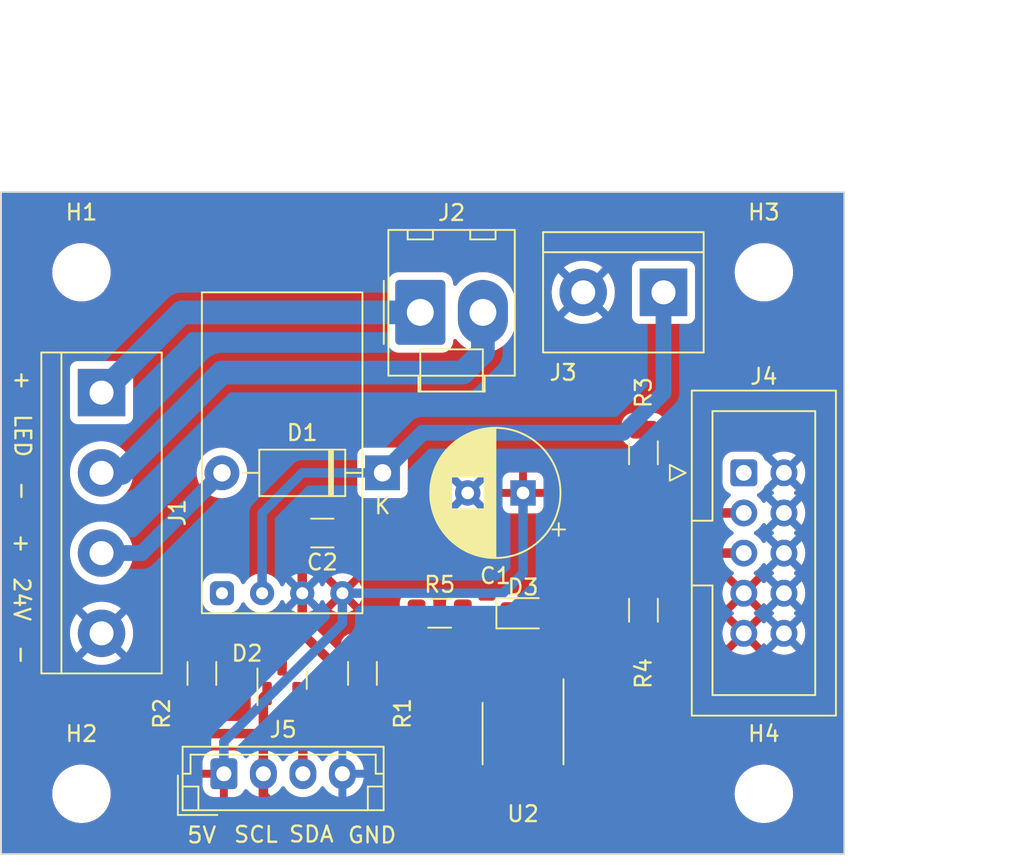
<source format=kicad_pcb>
(kicad_pcb (version 20221018) (generator pcbnew)
  (title_block (comment 4 "AISLER Project ID: REQDXBTK"))
  (layers (0 "F.Cu" signal) (31 "B.Cu" signal) (34 "B.Paste" user) (35 "F.Paste" user) (36 "B.SilkS" user "B.Silkscreen") (37 "F.SilkS" user "F.Silkscreen") (38 "B.Mask" user) (39 "F.Mask" user) (44 "Edge.Cuts" user))
  (net 0 "")
  (net 1 "+5V")
  (net 2 "GND")
  (net 3 "/24V Matrix")
  (net 4 "Net-(D1-A)")
  (net 5 "Net-(J5-Pin_2)")
  (net 6 "Net-(J5-Pin_3)")
  (net 7 "/24V LED")
  (net 8 "Net-(J1-Pin_2)")
  (net 10 "/SDA")
  (net 11 "/SCL")
  (net 13 "Net-(D3-K)")
  (footprint "Connector_IDC:IDC-Header_2x05_P2.54mm_Vertical" (layer "F.Cu") (at 109.22 60.96)
    (fp_text reference "J4" (at 1.27 -6.1) (layer "F.SilkS"))
    (fp_text value "I2C out")
    (fp_line (start -4.68 -0.5) (end -4.68 0.5) (stroke (width 0.12)) (layer "F.SilkS"))
    (fp_line (start -4.68 0.5) (end -3.68 0) (stroke (width 0.12)) (layer "F.SilkS"))
    (fp_line (start -3.68 0) (end -4.68 -0.5) (stroke (width 0.12)) (layer "F.SilkS"))
    (fp_line (start -3.29 -5.21) (end 5.83 -5.21) (stroke (width 0.12)) (layer "F.SilkS"))
    (fp_line (start -3.29 3.03) (end -1.98 3.03) (stroke (width 0.12)) (layer "F.SilkS"))
    (fp_line (start -3.29 15.37) (end -3.29 -5.21) (stroke (width 0.12)) (layer "F.SilkS"))
    (fp_line (start -1.98 -3.91) (end 4.52 -3.91) (stroke (width 0.12)) (layer "F.SilkS"))
    (fp_line (start -1.98 3.03) (end -1.98 -3.91) (stroke (width 0.12)) (layer "F.SilkS"))
    (fp_line (start -1.98 7.13) (end -3.29 7.13) (stroke (width 0.12)) (layer "F.SilkS"))
    (fp_line (start -1.98 7.13) (end -1.98 7.13) (stroke (width 0.12)) (layer "F.SilkS"))
    (fp_line (start -1.98 14.07) (end -1.98 7.13) (stroke (width 0.12)) (layer "F.SilkS"))
    (fp_line (start 4.52 -3.91) (end 4.52 14.07) (stroke (width 0.12)) (layer "F.SilkS"))
    (fp_line (start 4.52 14.07) (end -1.98 14.07) (stroke (width 0.12)) (layer "F.SilkS"))
    (fp_line (start 5.83 -5.21) (end 5.83 15.37) (stroke (width 0.12)) (layer "F.SilkS"))
    (fp_line (start 5.83 15.37) (end -3.29 15.37) (stroke (width 0.12)) (layer "F.SilkS"))
    (pad "1" thru_hole roundrect (at 0 0) (size 1.7 1.7) (drill 1) (layers "*.Cu" "*.Mask") (roundrect_rratio 0.1470588235))
    (pad "2" thru_hole circle (at 2.54 0) (size 1.7 1.7) (drill 1) (layers "*.Cu" "*.Mask") (net 2 "GND"))
    (pad "3" thru_hole circle (at 0 2.54) (size 1.7 1.7) (drill 1) (layers "*.Cu" "*.Mask") (net 10 "/SDA"))
    (pad "4" thru_hole circle (at 2.54 2.54) (size 1.7 1.7) (drill 1) (layers "*.Cu" "*.Mask") (net 2 "GND"))
    (pad "5" thru_hole circle (at 0 5.08) (size 1.7 1.7) (drill 1) (layers "*.Cu" "*.Mask") (net 11 "/SCL"))
    (pad "6" thru_hole circle (at 2.54 5.08) (size 1.7 1.7) (drill 1) (layers "*.Cu" "*.Mask") (net 2 "GND"))
    (pad "7" thru_hole circle (at 0 7.62) (size 1.7 1.7) (drill 1) (layers "*.Cu" "*.Mask") (net 1 "+5V"))
    (pad "8" thru_hole circle (at 2.54 7.62) (size 1.7 1.7) (drill 1) (layers "*.Cu" "*.Mask") (net 2 "GND"))
    (pad "9" thru_hole circle (at 0 10.16) (size 1.7 1.7) (drill 1) (layers "*.Cu" "*.Mask") (net 1 "+5V"))
    (pad "10" thru_hole circle (at 2.54 10.16) (size 1.7 1.7) (drill 1) (layers "*.Cu" "*.Mask") (net 2 "GND"))
  )
  (footprint "TerminalBlock:TerminalBlock_bornier-4_P5.08mm" (layer "F.Cu") (at 68.58 55.88 -90)
    (fp_text reference "J1" (at 7.6 -4.8 90) (layer "F.SilkS"))
    (fp_text value "Power")
    (fp_line (start -2.54 -3.81) (end -2.54 3.81) (stroke (width 0.12)) (layer "F.SilkS"))
    (fp_line (start -2.54 -3.81) (end 17.78 -3.81) (stroke (width 0.12)) (layer "F.SilkS"))
    (fp_line (start -2.54 3.81) (end 17.78 3.81) (stroke (width 0.12)) (layer "F.SilkS"))
    (fp_line (start 17.78 2.54) (end -2.54 2.54) (stroke (width 0.12)) (layer "F.SilkS"))
    (fp_line (start 17.78 3.81) (end 17.78 -3.81) (stroke (width 0.12)) (layer "F.SilkS"))
    (pad "1" thru_hole rect (at 0 0 270) (size 3 3) (drill 1.52) (layers "*.Cu" "*.Mask") (net 7 "/24V LED"))
    (pad "2" thru_hole circle (at 5.08 0 270) (size 3 3) (drill 1.52) (layers "*.Cu" "*.Mask") (net 8 "Net-(J1-Pin_2)"))
    (pad "3" thru_hole circle (at 10.16 0 270) (size 3 3) (drill 1.52) (layers "*.Cu" "*.Mask") (net 4 "Net-(D1-A)"))
    (pad "4" thru_hole circle (at 15.24 0 270) (size 3 3) (drill 1.52) (layers "*.Cu" "*.Mask") (net 2 "GND"))
  )
  (footprint "Diode_THT:D_DO-41_SOD81_P10.16mm_Horizontal" (layer "F.Cu") (at 86.36 60.96 180)
    (fp_text reference "D1" (at 5.08 2.54) (layer "F.SilkS"))
    (fp_text value "1N4007")
    (fp_text user "K" (at 0 -2.1) (layer "F.SilkS"))
    (fp_line (start 1.34 0) (end 2.36 0) (stroke (width 0.12)) (layer "F.SilkS"))
    (fp_line (start 2.36 -1.47) (end 2.36 1.47) (stroke (width 0.12)) (layer "F.SilkS"))
    (fp_line (start 2.36 1.47) (end 7.8 1.47) (stroke (width 0.12)) (layer "F.SilkS"))
    (fp_line (start 3.14 -1.47) (end 3.14 1.47) (stroke (width 0.12)) (layer "F.SilkS"))
    (fp_line (start 3.26 -1.47) (end 3.26 1.47) (stroke (width 0.12)) (layer "F.SilkS"))
    (fp_line (start 3.38 -1.47) (end 3.38 1.47) (stroke (width 0.12)) (layer "F.SilkS"))
    (fp_line (start 7.8 -1.47) (end 2.36 -1.47) (stroke (width 0.12)) (layer "F.SilkS"))
    (fp_line (start 7.8 1.47) (end 7.8 -1.47) (stroke (width 0.12)) (layer "F.SilkS"))
    (fp_line (start 8.82 0) (end 7.8 0) (stroke (width 0.12)) (layer "F.SilkS"))
    (pad "1" thru_hole rect (at 0 0 180) (size 2.2 2.2) (drill 1.1) (layers "*.Cu" "*.Mask") (net 3 "/24V Matrix"))
    (pad "2" thru_hole oval (at 10.16 0 180) (size 2.2 2.2) (drill 1.1) (layers "*.Cu" "*.Mask") (net 4 "Net-(D1-A)"))
  )
  (footprint "MountingHole:MountingHole_3.2mm_M3_DIN965" (layer "F.Cu") (at 67.31 48.26)
    (fp_text reference "H1" (at 0 -3.8) (layer "F.SilkS"))
    (fp_text value "MountingHole")
    (pad "" np_thru_hole circle (at 0 0) (size 3.2 3.2) (drill 3.2) (layers "*.Cu" "*.Mask"))
  )
  (footprint "Resistor_SMD:R_1206_3216Metric" (layer "F.Cu") (at 85.09 73.66 -90)
    (fp_text reference "R1" (at 2.54 -2.54 90) (layer "F.SilkS"))
    (fp_text value "330" hide)
    (fp_line (start -0.727064 -0.91) (end 0.727064 -0.91) (stroke (width 0.12)) (layer "F.SilkS"))
    (fp_line (start -0.727064 0.91) (end 0.727064 0.91) (stroke (width 0.12)) (layer "F.SilkS"))
    (pad "1" smd roundrect (at -1.4625 0 270) (size 1.125 1.75) (layers "F.Cu" "F.Paste" "F.Mask") (roundrect_rratio 0.2222222222) (net 1 "+5V"))
    (pad "2" smd roundrect (at 1.4625 0 270) (size 1.125 1.75) (layers "F.Cu" "F.Paste" "F.Mask") (roundrect_rratio 0.2222222222) (net 6 "Net-(J5-Pin_3)"))
  )
  (footprint "VictorLib:Mini DC-DC" (layer "F.Cu") (at 81.28 62.23 180)
    (fp_text reference "U1" hide)
    (fp_text value "~")
    (fp_rect (start -3.81 -7.62) (end 6.35 12.7) (stroke (width 0.12)) (fill none) (layer "F.SilkS"))
    (pad "1" thru_hole roundrect (at 5.08 -6.35 180) (size 1.524 1.524) (drill 0.762) (layers "*.Cu" "*.Mask"))
    (pad "2" thru_hole circle (at 2.54 -6.35 180) (size 1.524 1.524) (drill 0.762) (layers "*.Cu" "*.Mask") (net 3 "/24V Matrix"))
    (pad "3" thru_hole circle (at 0 -6.35 180) (size 1.524 1.524) (drill 0.762) (layers "*.Cu" "*.Mask") (net 2 "GND"))
    (pad "4" thru_hole circle (at -2.54 -6.35 180) (size 1.524 1.524) (drill 0.762) (layers "*.Cu" "*.Mask") (net 1 "+5V"))
  )
  (footprint "Capacitor_SMD:C_1206_3216Metric" (layer "F.Cu") (at 82.55 64.77 180)
    (fp_text reference "C2" (at 0 -1.85) (layer "F.SilkS"))
    (fp_text value "100nF")
    (fp_line (start -0.711252 -0.91) (end 0.711252 -0.91) (stroke (width 0.12)) (layer "F.SilkS"))
    (fp_line (start -0.711252 0.91) (end 0.711252 0.91) (stroke (width 0.12)) (layer "F.SilkS"))
    (pad "1" smd roundrect (at -1.475 0 180) (size 1.15 1.8) (layers "F.Cu" "F.Paste" "F.Mask") (roundrect_rratio 0.2173913043) (net 1 "+5V"))
    (pad "2" smd roundrect (at 1.475 0 180) (size 1.15 1.8) (layers "F.Cu" "F.Paste" "F.Mask") (roundrect_rratio 0.2173913043) (net 2 "GND"))
  )
  (footprint "TerminalBlock:TerminalBlock_bornier-2_P5.08mm" (layer "F.Cu") (at 104.14 49.53 180)
    (fp_text reference "J3" (at 6.35 -5.08) (layer "F.SilkS"))
    (fp_text value "Matrix 24V")
    (fp_line (start -2.54 -3.81) (end -2.54 3.81) (stroke (width 0.12)) (layer "F.SilkS"))
    (fp_line (start -2.54 3.81) (end 7.62 3.81) (stroke (width 0.12)) (layer "F.SilkS"))
    (fp_line (start 7.62 -3.81) (end -2.54 -3.81) (stroke (width 0.12)) (layer "F.SilkS"))
    (fp_line (start 7.62 2.54) (end -2.54 2.54) (stroke (width 0.12)) (layer "F.SilkS"))
    (fp_line (start 7.62 3.81) (end 7.62 -3.81) (stroke (width 0.12)) (layer "F.SilkS"))
    (pad "1" thru_hole rect (at 0 0 180) (size 3 3) (drill 1.52) (layers "*.Cu" "*.Mask") (net 3 "/24V Matrix"))
    (pad "2" thru_hole circle (at 5.08 0 180) (size 3 3) (drill 1.52) (layers "*.Cu" "*.Mask") (net 2 "GND"))
  )
  (footprint "Resistor_SMD:R_1206_3216Metric" (layer "F.Cu") (at 74.93 73.66 -90)
    (fp_text reference "R2" (at 2.54 2.54 90) (layer "F.SilkS"))
    (fp_text value "330" hide)
    (fp_line (start -0.727064 -0.91) (end 0.727064 -0.91) (stroke (width 0.12)) (layer "F.SilkS"))
    (fp_line (start -0.727064 0.91) (end 0.727064 0.91) (stroke (width 0.12)) (layer "F.SilkS"))
    (pad "1" smd roundrect (at -1.4625 0 270) (size 1.125 1.75) (layers "F.Cu" "F.Paste" "F.Mask") (roundrect_rratio 0.2222222222) (net 1 "+5V"))
    (pad "2" smd roundrect (at 1.4625 0 270) (size 1.125 1.75) (layers "F.Cu" "F.Paste" "F.Mask") (roundrect_rratio 0.2222222222) (net 5 "Net-(J5-Pin_2)"))
  )
  (footprint "Package_SO:SOIC-8_3.9x4.9mm_P1.27mm" (layer "F.Cu") (at 95.25 77.47 -90)
    (fp_text reference "U2" (at 5.08 0 -180) (layer "F.SilkS"))
    (fp_text value "P82B96")
    (fp_line (start 0 -2.56) (end -3.45 -2.56) (stroke (width 0.12)) (layer "F.SilkS"))
    (fp_line (start 0 -2.56) (end 1.95 -2.56) (stroke (width 0.12)) (layer "F.SilkS"))
    (fp_line (start 0 2.56) (end -1.95 2.56) (stroke (width 0.12)) (layer "F.SilkS"))
    (fp_line (start 0 2.56) (end 1.95 2.56) (stroke (width 0.12)) (layer "F.SilkS"))
    (pad "1" smd roundrect (at -2.475 -1.905 270) (size 1.95 0.6) (layers "F.Cu" "F.Paste" "F.Mask") (net 10 "/SDA"))
    (pad "2" smd roundrect (at -2.475 -0.635 270) (size 1.95 0.6) (layers "F.Cu" "F.Paste" "F.Mask") (net 6 "Net-(J5-Pin_3)"))
    (pad "3" smd roundrect (at -2.475 0.635 270) (size 1.95 0.6) (layers "F.Cu" "F.Paste" "F.Mask") (net 6 "Net-(J5-Pin_3)"))
    (pad "4" smd roundrect (at -2.475 1.905 270) (size 1.95 0.6) (layers "F.Cu" "F.Paste" "F.Mask") (net 2 "GND"))
    (pad "5" smd roundrect (at 2.475 1.905 270) (size 1.95 0.6) (layers "F.Cu" "F.Paste" "F.Mask") (net 5 "Net-(J5-Pin_2)"))
    (pad "6" smd roundrect (at 2.475 0.635 270) (size 1.95 0.6) (layers "F.Cu" "F.Paste" "F.Mask") (net 5 "Net-(J5-Pin_2)"))
    (pad "7" smd roundrect (at 2.475 -0.635 270) (size 1.95 0.6) (layers "F.Cu" "F.Paste" "F.Mask") (net 11 "/SCL"))
    (pad "8" smd roundrect (at 2.475 -1.905 270) (size 1.95 0.6) (layers "F.Cu" "F.Paste" "F.Mask") (net 1 "+5V"))
  )
  (footprint "MountingHole:MountingHole_3.2mm_M3_DIN965" (layer "F.Cu") (at 67.31 81.28)
    (fp_text reference "H2" (at 0 -3.8) (layer "F.SilkS"))
    (fp_text value "MountingHole")
    (pad "" np_thru_hole circle (at 0 0) (size 3.2 3.2) (drill 3.2) (layers "*.Cu" "*.Mask"))
  )
  (footprint "LED_SMD:LED_0805_2012Metric" (layer "F.Cu") (at 95.25 69.85)
    (fp_text reference "D3" (at 0 -1.65) (layer "F.SilkS"))
    (fp_text value "LED")
    (fp_line (start -1.685 -0.96) (end -1.685 0.96) (stroke (width 0.12)) (layer "F.SilkS"))
    (fp_line (start -1.685 0.96) (end 1 0.96) (stroke (width 0.12)) (layer "F.SilkS"))
    (fp_line (start 1 -0.96) (end -1.685 -0.96) (stroke (width 0.12)) (layer "F.SilkS"))
    (pad "1" smd roundrect (at -0.9375 0) (size 0.975 1.4) (layers "F.Cu" "F.Paste" "F.Mask") (net 13 "Net-(D3-K)"))
    (pad "2" smd roundrect (at 0.9375 0) (size 0.975 1.4) (layers "F.Cu" "F.Paste" "F.Mask") (net 1 "+5V"))
  )
  (footprint "MountingHole:MountingHole_3.2mm_M3_DIN965" (layer "F.Cu") (at 110.49 81.28)
    (fp_text reference "H4" (at 0 -3.8) (layer "F.SilkS"))
    (fp_text value "MountingHole")
    (pad "" np_thru_hole circle (at 0 0) (size 3.2 3.2) (drill 3.2) (layers "*.Cu" "*.Mask"))
  )
  (footprint "Connector_Molex:Molex_KK-396_A-41791-0002_1x02_P3.96mm_Vertical" (layer "F.Cu") (at 88.75 50.8)
    (fp_text reference "J2" (at 1.98 -6.31) (layer "F.SilkS"))
    (fp_text value "LED 24V")
    (fp_line (start -2.31 -2) (end -2.31 2) (stroke (width 0.12)) (layer "F.SilkS"))
    (fp_line (start -2.02 -5.22) (end 5.98 -5.22) (stroke (width 0.12)) (layer "F.SilkS"))
    (fp_line (start -2.02 4.005) (end -2.02 -5.22) (stroke (width 0.12)) (layer "F.SilkS"))
    (fp_line (start -0.8 -5.22) (end -0.8 -4.62) (stroke (width 0.12)) (layer "F.SilkS"))
    (fp_line (start -0.8 -4.62) (end 0.8 -4.62) (stroke (width 0.12)) (layer "F.SilkS"))
    (fp_line (start -0.115 4.005) (end -2.02 4.005) (stroke (width 0.12)) (layer "F.SilkS"))
    (fp_line (start -0.115 5.01) (end -0.115 4.005) (stroke (width 0.12)) (layer "F.SilkS"))
    (fp_line (start 0 2.34) (end 3.96 2.34) (stroke (width 0.12)) (layer "F.SilkS"))
    (fp_line (start 0 4.01) (end 0 2.34) (stroke (width 0.12)) (layer "F.SilkS"))
    (fp_line (start 0 4.01) (end 3.96 4.01) (stroke (width 0.12)) (layer "F.SilkS"))
    (fp_line (start 0 5.01) (end 0 4.01) (stroke (width 0.12)) (layer "F.SilkS"))
    (fp_line (start 0.8 -4.62) (end 0.8 -5.22) (stroke (width 0.12)) (layer "F.SilkS"))
    (fp_line (start 3.16 -5.22) (end 3.16 -4.62) (stroke (width 0.12)) (layer "F.SilkS"))
    (fp_line (start 3.16 -4.62) (end 4.76 -4.62) (stroke (width 0.12)) (layer "F.SilkS"))
    (fp_line (start 3.96 2.34) (end 3.96 4.01) (stroke (width 0.12)) (layer "F.SilkS"))
    (fp_line (start 3.96 4.01) (end 3.96 5.01) (stroke (width 0.12)) (layer "F.SilkS"))
    (fp_line (start 4.075 4.005) (end 4.075 5.01) (stroke (width 0.12)) (layer "F.SilkS"))
    (fp_line (start 4.075 5.01) (end -0.115 5.01) (stroke (width 0.12)) (layer "F.SilkS"))
    (fp_line (start 4.76 -4.62) (end 4.76 -5.22) (stroke (width 0.12)) (layer "F.SilkS"))
    (fp_line (start 5.98 -5.22) (end 5.98 4.005) (stroke (width 0.12)) (layer "F.SilkS"))
    (fp_line (start 5.98 4.005) (end 4.075 4.005) (stroke (width 0.12)) (layer "F.SilkS"))
    (pad "1" thru_hole roundrect (at 0 0) (size 3.16 4.1) (drill 1.7) (layers "*.Cu" "*.Mask") (roundrect_rratio 0.07911392405) (net 7 "/24V LED"))
    (pad "2" thru_hole oval (at 3.96 0) (size 3.16 4.1) (drill 1.7) (layers "*.Cu" "*.Mask") (net 8 "Net-(J1-Pin_2)"))
  )
  (footprint "Package_TO_SOT_SMD:SOT-23" (layer "F.Cu") (at 80.005851 73.992499 90)
    (fp_text reference "D2" (at 1.6025 -2.22 180) (layer "F.SilkS"))
    (fp_text value "BAT54A")
    (fp_line (start 0 -1.56) (end -1.675 -1.56) (stroke (width 0.12)) (layer "F.SilkS"))
    (fp_line (start 0 -1.56) (end 0.65 -1.56) (stroke (width 0.12)) (layer "F.SilkS"))
    (fp_line (start 0 1.56) (end -0.65 1.56) (stroke (width 0.12)) (layer "F.SilkS"))
    (fp_line (start 0 1.56) (end 0.65 1.56) (stroke (width 0.12)) (layer "F.SilkS"))
    (pad "1" smd roundrect (at -0.9375 -0.95 90) (size 1.475 0.6) (layers "F.Cu" "F.Paste" "F.Mask") (net 5 "Net-(J5-Pin_2)"))
    (pad "2" smd roundrect (at -0.9375 0.95 90) (size 1.475 0.6) (layers "F.Cu" "F.Paste" "F.Mask") (net 6 "Net-(J5-Pin_3)"))
    (pad "3" smd roundrect (at 0.9375 0 90) (size 1.475 0.6) (layers "F.Cu" "F.Paste" "F.Mask") (net 2 "GND"))
  )
  (footprint "MountingHole:MountingHole_3.2mm_M3_DIN965" (layer "F.Cu") (at 110.49 48.26)
    (fp_text reference "H3" (at 0 -3.8) (layer "F.SilkS"))
    (fp_text value "MountingHole")
    (pad "" np_thru_hole circle (at 0 0) (size 3.2 3.2) (drill 3.2) (layers "*.Cu" "*.Mask"))
  )
  (footprint "Resistor_SMD:R_1206_3216Metric" (layer "F.Cu") (at 102.87 69.6575 90)
    (fp_text reference "R4" (at -4.0025 0 90) (layer "F.SilkS"))
    (fp_text value "2.2k" hide)
    (fp_line (start -0.727064 -0.91) (end 0.727064 -0.91) (stroke (width 0.12)) (layer "F.SilkS"))
    (fp_line (start -0.727064 0.91) (end 0.727064 0.91) (stroke (width 0.12)) (layer "F.SilkS"))
    (pad "1" smd roundrect (at -1.4625 0 90) (size 1.125 1.75) (layers "F.Cu" "F.Paste" "F.Mask") (roundrect_rratio 0.2222222222) (net 1 "+5V"))
    (pad "2" smd roundrect (at 1.4625 0 90) (size 1.125 1.75) (layers "F.Cu" "F.Paste" "F.Mask") (roundrect_rratio 0.2222222222) (net 11 "/SCL"))
  )
  (footprint "Resistor_SMD:R_1206_3216Metric" (layer "F.Cu") (at 89.9775 69.85)
    (fp_text reference "R5" (at 0 -1.82) (layer "F.SilkS"))
    (fp_text value "330")
    (fp_line (start -0.727064 -0.91) (end 0.727064 -0.91) (stroke (width 0.12)) (layer "F.SilkS"))
    (fp_line (start -0.727064 0.91) (end 0.727064 0.91) (stroke (width 0.12)) (layer "F.SilkS"))
    (pad "1" smd roundrect (at -1.4625 0) (size 1.125 1.75) (layers "F.Cu" "F.Paste" "F.Mask") (roundrect_rratio 0.2222222222) (net 2 "GND"))
    (pad "2" smd roundrect (at 1.4625 0) (size 1.125 1.75) (layers "F.Cu" "F.Paste" "F.Mask") (roundrect_rratio 0.2222222222) (net 13 "Net-(D3-K)"))
  )
  (footprint "Capacitor_THT:CP_Radial_D8.0mm_P3.50mm" (layer "F.Cu") (at 95.25 62.23 180)
    (fp_text reference "C1" (at 1.75 -5.25) (layer "F.SilkS"))
    (fp_text value "100uF")
    (fp_line (start -2.659698 -2.315) (end -1.859698 -2.315) (stroke (width 0.12)) (layer "F.SilkS"))
    (fp_line (start -2.259698 -2.715) (end -2.259698 -1.915) (stroke (width 0.12)) (layer "F.SilkS"))
    (fp_line (start 1.75 -4.08) (end 1.75 4.08) (stroke (width 0.12)) (layer "F.SilkS"))
    (fp_line (start 1.79 -4.08) (end 1.79 4.08) (stroke (width 0.12)) (layer "F.SilkS"))
    (fp_line (start 1.83 -4.08) (end 1.83 4.08) (stroke (width 0.12)) (layer "F.SilkS"))
    (fp_line (start 1.87 -4.079) (end 1.87 4.079) (stroke (width 0.12)) (layer "F.SilkS"))
    (fp_line (start 1.91 -4.077) (end 1.91 4.077) (stroke (width 0.12)) (layer "F.SilkS"))
    (fp_line (start 1.95 -4.076) (end 1.95 4.076) (stroke (width 0.12)) (layer "F.SilkS"))
    (fp_line (start 1.99 -4.074) (end 1.99 4.074) (stroke (width 0.12)) (layer "F.SilkS"))
    (fp_line (start 2.03 -4.071) (end 2.03 4.071) (stroke (width 0.12)) (layer "F.SilkS"))
    (fp_line (start 2.07 -4.068) (end 2.07 4.068) (stroke (width 0.12)) (layer "F.SilkS"))
    (fp_line (start 2.11 -4.065) (end 2.11 4.065) (stroke (width 0.12)) (layer "F.SilkS"))
    (fp_line (start 2.15 -4.061) (end 2.15 4.061) (stroke (width 0.12)) (layer "F.SilkS"))
    (fp_line (start 2.19 -4.057) (end 2.19 4.057) (stroke (width 0.12)) (layer "F.SilkS"))
    (fp_line (start 2.23 -4.052) (end 2.23 4.052) (stroke (width 0.12)) (layer "F.SilkS"))
    (fp_line (start 2.27 -4.048) (end 2.27 4.048) (stroke (width 0.12)) (layer "F.SilkS"))
    (fp_line (start 2.31 -4.042) (end 2.31 4.042) (stroke (width 0.12)) (layer "F.SilkS"))
    (fp_line (start 2.35 -4.037) (end 2.35 4.037) (stroke (width 0.12)) (layer "F.SilkS"))
    (fp_line (start 2.39 -4.03) (end 2.39 4.03) (stroke (width 0.12)) (layer "F.SilkS"))
    (fp_line (start 2.43 -4.024) (end 2.43 4.024) (stroke (width 0.12)) (layer "F.SilkS"))
    (fp_line (start 2.471 -4.017) (end 2.471 -1.04) (stroke (width 0.12)) (layer "F.SilkS"))
    (fp_line (start 2.471 1.04) (end 2.471 4.017) (stroke (width 0.12)) (layer "F.SilkS"))
    (fp_line (start 2.511 -4.01) (end 2.511 -1.04) (stroke (width 0.12)) (layer "F.SilkS"))
    (fp_line (start 2.511 1.04) (end 2.511 4.01) (stroke (width 0.12)) (layer "F.SilkS"))
    (fp_line (start 2.551 -4.002) (end 2.551 -1.04) (stroke (width 0.12)) (layer "F.SilkS"))
    (fp_line (start 2.551 1.04) (end 2.551 4.002) (stroke (width 0.12)) (layer "F.SilkS"))
    (fp_line (start 2.591 -3.994) (end 2.591 -1.04) (stroke (width 0.12)) (layer "F.SilkS"))
    (fp_line (start 2.591 1.04) (end 2.591 3.994) (stroke (width 0.12)) (layer "F.SilkS"))
    (fp_line (start 2.631 -3.985) (end 2.631 -1.04) (stroke (width 0.12)) (layer "F.SilkS"))
    (fp_line (start 2.631 1.04) (end 2.631 3.985) (stroke (width 0.12)) (layer "F.SilkS"))
    (fp_line (start 2.671 -3.976) (end 2.671 -1.04) (stroke (width 0.12)) (layer "F.SilkS"))
    (fp_line (start 2.671 1.04) (end 2.671 3.976) (stroke (width 0.12)) (layer "F.SilkS"))
    (fp_line (start 2.711 -3.967) (end 2.711 -1.04) (stroke (width 0.12)) (layer "F.SilkS"))
    (fp_line (start 2.711 1.04) (end 2.711 3.967) (stroke (width 0.12)) (layer "F.SilkS"))
    (fp_line (start 2.751 -3.957) (end 2.751 -1.04) (stroke (width 0.12)) (layer "F.SilkS"))
    (fp_line (start 2.751 1.04) (end 2.751 3.957) (stroke (width 0.12)) (layer "F.SilkS"))
    (fp_line (start 2.791 -3.947) (end 2.791 -1.04) (stroke (width 0.12)) (layer "F.SilkS"))
    (fp_line (start 2.791 1.04) (end 2.791 3.947) (stroke (width 0.12)) (layer "F.SilkS"))
    (fp_line (start 2.831 -3.936) (end 2.831 -1.04) (stroke (width 0.12)) (layer "F.SilkS"))
    (fp_line (start 2.831 1.04) (end 2.831 3.936) (stroke (width 0.12)) (layer "F.SilkS"))
    (fp_line (start 2.871 -3.925) (end 2.871 -1.04) (stroke (width 0.12)) (layer "F.SilkS"))
    (fp_line (start 2.871 1.04) (end 2.871 3.925) (stroke (width 0.12)) (layer "F.SilkS"))
    (fp_line (start 2.911 -3.914) (end 2.911 -1.04) (stroke (width 0.12)) (layer "F.SilkS"))
    (fp_line (start 2.911 1.04) (end 2.911 3.914) (stroke (width 0.12)) (layer "F.SilkS"))
    (fp_line (start 2.951 -3.902) (end 2.951 -1.04) (stroke (width 0.12)) (layer "F.SilkS"))
    (fp_line (start 2.951 1.04) (end 2.951 3.902) (stroke (width 0.12)) (layer "F.SilkS"))
    (fp_line (start 2.991 -3.889) (end 2.991 -1.04) (stroke (width 0.12)) (layer "F.SilkS"))
    (fp_line (start 2.991 1.04) (end 2.991 3.889) (stroke (width 0.12)) (layer "F.SilkS"))
    (fp_line (start 3.031 -3.877) (end 3.031 -1.04) (stroke (width 0.12)) (layer "F.SilkS"))
    (fp_line (start 3.031 1.04) (end 3.031 3.877) (stroke (width 0.12)) (layer "F.SilkS"))
    (fp_line (start 3.071 -3.863) (end 3.071 -1.04) (stroke (width 0.12)) (layer "F.SilkS"))
    (fp_line (start 3.071 1.04) (end 3.071 3.863) (stroke (width 0.12)) (layer "F.SilkS"))
    (fp_line (start 3.111 -3.85) (end 3.111 -1.04) (stroke (width 0.12)) (layer "F.SilkS"))
    (fp_line (start 3.111 1.04) (end 3.111 3.85) (stroke (width 0.12)) (layer "F.SilkS"))
    (fp_line (start 3.151 -3.835) (end 3.151 -1.04) (stroke (width 0.12)) (layer "F.SilkS"))
    (fp_line (start 3.151 1.04) (end 3.151 3.835) (stroke (width 0.12)) (layer "F.SilkS"))
    (fp_line (start 3.191 -3.821) (end 3.191 -1.04) (stroke (width 0.12)) (layer "F.SilkS"))
    (fp_line (start 3.191 1.04) (end 3.191 3.821) (stroke (width 0.12)) (layer "F.SilkS"))
    (fp_line (start 3.231 -3.805) (end 3.231 -1.04) (stroke (width 0.12)) (layer "F.SilkS"))
    (fp_line (start 3.231 1.04) (end 3.231 3.805) (stroke (width 0.12)) (layer "F.SilkS"))
    (fp_line (start 3.271 -3.79) (end 3.271 -1.04) (stroke (width 0.12)) (layer "F.SilkS"))
    (fp_line (start 3.271 1.04) (end 3.271 3.79) (stroke (width 0.12)) (layer "F.SilkS"))
    (fp_line (start 3.311 -3.774) (end 3.311 -1.04) (stroke (width 0.12)) (layer "F.SilkS"))
    (fp_line (start 3.311 1.04) (end 3.311 3.774) (stroke (width 0.12)) (layer "F.SilkS"))
    (fp_line (start 3.351 -3.757) (end 3.351 -1.04) (stroke (width 0.12)) (layer "F.SilkS"))
    (fp_line (start 3.351 1.04) (end 3.351 3.757) (stroke (width 0.12)) (layer "F.SilkS"))
    (fp_line (start 3.391 -3.74) (end 3.391 -1.04) (stroke (width 0.12)) (layer "F.SilkS"))
    (fp_line (start 3.391 1.04) (end 3.391 3.74) (stroke (width 0.12)) (layer "F.SilkS"))
    (fp_line (start 3.431 -3.722) (end 3.431 -1.04) (stroke (width 0.12)) (layer "F.SilkS"))
    (fp_line (start 3.431 1.04) (end 3.431 3.722) (stroke (width 0.12)) (layer "F.SilkS"))
    (fp_line (start 3.471 -3.704) (end 3.471 -1.04) (stroke (width 0.12)) (layer "F.SilkS"))
    (fp_line (start 3.471 1.04) (end 3.471 3.704) (stroke (width 0.12)) (layer "F.SilkS"))
    (fp_line (start 3.511 -3.686) (end 3.511 -1.04) (stroke (width 0.12)) (layer "F.SilkS"))
    (fp_line (start 3.511 1.04) (end 3.511 3.686) (stroke (width 0.12)) (layer "F.SilkS"))
    (fp_line (start 3.551 -3.666) (end 3.551 -1.04) (stroke (width 0.12)) (layer "F.SilkS"))
    (fp_line (start 3.551 1.04) (end 3.551 3.666) (stroke (width 0.12)) (layer "F.SilkS"))
    (fp_line (start 3.591 -3.647) (end 3.591 -1.04) (stroke (width 0.12)) (layer "F.SilkS"))
    (fp_line (start 3.591 1.04) (end 3.591 3.647) (stroke (width 0.12)) (layer "F.SilkS"))
    (fp_line (start 3.631 -3.627) (end 3.631 -1.04) (stroke (width 0.12)) (layer "F.SilkS"))
    (fp_line (start 3.631 1.04) (end 3.631 3.627) (stroke (width 0.12)) (layer "F.SilkS"))
    (fp_line (start 3.671 -3.606) (end 3.671 -1.04) (stroke (width 0.12)) (layer "F.SilkS"))
    (fp_line (start 3.671 1.04) (end 3.671 3.606) (stroke (width 0.12)) (layer "F.SilkS"))
    (fp_line (start 3.711 -3.584) (end 3.711 -1.04) (stroke (width 0.12)) (layer "F.SilkS"))
    (fp_line (start 3.711 1.04) (end 3.711 3.584) (stroke (width 0.12)) (layer "F.SilkS"))
    (fp_line (start 3.751 -3.562) (end 3.751 -1.04) (stroke (width 0.12)) (layer "F.SilkS"))
    (fp_line (start 3.751 1.04) (end 3.751 3.562) (stroke (width 0.12)) (layer "F.SilkS"))
    (fp_line (start 3.791 -3.54) (end 3.791 -1.04) (stroke (width 0.12)) (layer "F.SilkS"))
    (fp_line (start 3.791 1.04) (end 3.791 3.54) (stroke (width 0.12)) (layer "F.SilkS"))
    (fp_line (start 3.831 -3.517) (end 3.831 -1.04) (stroke (width 0.12)) (layer "F.SilkS"))
    (fp_line (start 3.831 1.04) (end 3.831 3.517) (stroke (width 0.12)) (layer "F.SilkS"))
    (fp_line (start 3.871 -3.493) (end 3.871 -1.04) (stroke (width 0.12)) (layer "F.SilkS"))
    (fp_line (start 3.871 1.04) (end 3.871 3.493) (stroke (width 0.12)) (layer "F.SilkS"))
    (fp_line (start 3.911 -3.469) (end 3.911 -1.04) (stroke (width 0.12)) (layer "F.SilkS"))
    (fp_line (start 3.911 1.04) (end 3.911 3.469) (stroke (width 0.12)) (layer "F.SilkS"))
    (fp_line (start 3.951 -3.444) (end 3.951 -1.04) (stroke (width 0.12)) (layer "F.SilkS"))
    (fp_line (start 3.951 1.04) (end 3.951 3.444) (stroke (width 0.12)) (layer "F.SilkS"))
    (fp_line (start 3.991 -3.418) (end 3.991 -1.04) (stroke (width 0.12)) (layer "F.SilkS"))
    (fp_line (start 3.991 1.04) (end 3.991 3.418) (stroke (width 0.12)) (layer "F.SilkS"))
    (fp_line (start 4.031 -3.392) (end 4.031 -1.04) (stroke (width 0.12)) (layer "F.SilkS"))
    (fp_line (start 4.031 1.04) (end 4.031 3.392) (stroke (width 0.12)) (layer "F.SilkS"))
    (fp_line (start 4.071 -3.365) (end 4.071 -1.04) (stroke (width 0.12)) (layer "F.SilkS"))
    (fp_line (start 4.071 1.04) (end 4.071 3.365) (stroke (width 0.12)) (layer "F.SilkS"))
    (fp_line (start 4.111 -3.338) (end 4.111 -1.04) (stroke (width 0.12)) (layer "F.SilkS"))
    (fp_line (start 4.111 1.04) (end 4.111 3.338) (stroke (width 0.12)) (layer "F.SilkS"))
    (fp_line (start 4.151 -3.309) (end 4.151 -1.04) (stroke (width 0.12)) (layer "F.SilkS"))
    (fp_line (start 4.151 1.04) (end 4.151 3.309) (stroke (width 0.12)) (layer "F.SilkS"))
    (fp_line (start 4.191 -3.28) (end 4.191 -1.04) (stroke (width 0.12)) (layer "F.SilkS"))
    (fp_line (start 4.191 1.04) (end 4.191 3.28) (stroke (width 0.12)) (layer "F.SilkS"))
    (fp_line (start 4.231 -3.25) (end 4.231 -1.04) (stroke (width 0.12)) (layer "F.SilkS"))
    (fp_line (start 4.231 1.04) (end 4.231 3.25) (stroke (width 0.12)) (layer "F.SilkS"))
    (fp_line (start 4.271 -3.22) (end 4.271 -1.04) (stroke (width 0.12)) (layer "F.SilkS"))
    (fp_line (start 4.271 1.04) (end 4.271 3.22) (stroke (width 0.12)) (layer "F.SilkS"))
    (fp_line (start 4.311 -3.189) (end 4.311 -1.04) (stroke (width 0.12)) (layer "F.SilkS"))
    (fp_line (start 4.311 1.04) (end 4.311 3.189) (stroke (width 0.12)) (layer "F.SilkS"))
    (fp_line (start 4.351 -3.156) (end 4.351 -1.04) (stroke (width 0.12)) (layer "F.SilkS"))
    (fp_line (start 4.351 1.04) (end 4.351 3.156) (stroke (width 0.12)) (layer "F.SilkS"))
    (fp_line (start 4.391 -3.124) (end 4.391 -1.04) (stroke (width 0.12)) (layer "F.SilkS"))
    (fp_line (start 4.391 1.04) (end 4.391 3.124) (stroke (width 0.12)) (layer "F.SilkS"))
    (fp_line (start 4.431 -3.09) (end 4.431 -1.04) (stroke (width 0.12)) (layer "F.SilkS"))
    (fp_line (start 4.431 1.04) (end 4.431 3.09) (stroke (width 0.12)) (layer "F.SilkS"))
    (fp_line (start 4.471 -3.055) (end 4.471 -1.04) (stroke (width 0.12)) (layer "F.SilkS"))
    (fp_line (start 4.471 1.04) (end 4.471 3.055) (stroke (width 0.12)) (layer "F.SilkS"))
    (fp_line (start 4.511 -3.019) (end 4.511 -1.04) (stroke (width 0.12)) (layer "F.SilkS"))
    (fp_line (start 4.511 1.04) (end 4.511 3.019) (stroke (width 0.12)) (layer "F.SilkS"))
    (fp_line (start 4.551 -2.983) (end 4.551 2.983) (stroke (width 0.12)) (layer "F.SilkS"))
    (fp_line (start 4.591 -2.945) (end 4.591 2.945) (stroke (width 0.12)) (layer "F.SilkS"))
    (fp_line (start 4.631 -2.907) (end 4.631 2.907) (stroke (width 0.12)) (layer "F.SilkS"))
    (fp_line (start 4.671 -2.867) (end 4.671 2.867) (stroke (width 0.12)) (layer "F.SilkS"))
    (fp_line (start 4.711 -2.826) (end 4.711 2.826) (stroke (width 0.12)) (layer "F.SilkS"))
    (fp_line (start 4.751 -2.784) (end 4.751 2.784) (stroke (width 0.12)) (layer "F.SilkS"))
    (fp_line (start 4.791 -2.741) (end 4.791 2.741) (stroke (width 0.12)) (layer "F.SilkS"))
    (fp_line (start 4.831 -2.697) (end 4.831 2.697) (stroke (width 0.12)) (layer "F.SilkS"))
    (fp_line (start 4.871 -2.651) (end 4.871 2.651) (stroke (width 0.12)) (layer "F.SilkS"))
    (fp_line (start 4.911 -2.604) (end 4.911 2.604) (stroke (width 0.12)) (layer "F.SilkS"))
    (fp_line (start 4.951 -2.556) (end 4.951 2.556) (stroke (width 0.12)) (layer "F.SilkS"))
    (fp_line (start 4.991 -2.505) (end 4.991 2.505) (stroke (width 0.12)) (layer "F.SilkS"))
    (fp_line (start 5.031 -2.454) (end 5.031 2.454) (stroke (width 0.12)) (layer "F.SilkS"))
    (fp_line (start 5.071 -2.4) (end 5.071 2.4) (stroke (width 0.12)) (layer "F.SilkS"))
    (fp_line (start 5.111 -2.345) (end 5.111 2.345) (stroke (width 0.12)) (layer "F.SilkS"))
    (fp_line (start 5.151 -2.287) (end 5.151 2.287) (stroke (width 0.12)) (layer "F.SilkS"))
    (fp_line (start 5.191 -2.228) (end 5.191 2.228) (stroke (width 0.12)) (layer "F.SilkS"))
    (fp_line (start 5.231 -2.166) (end 5.231 2.166) (stroke (width 0.12)) (layer "F.SilkS"))
    (fp_line (start 5.271 -2.102) (end 5.271 2.102) (stroke (width 0.12)) (layer "F.SilkS"))
    (fp_line (start 5.311 -2.034) (end 5.311 2.034) (stroke (width 0.12)) (layer "F.SilkS"))
    (fp_line (start 5.351 -1.964) (end 5.351 1.964) (stroke (width 0.12)) (layer "F.SilkS"))
    (fp_line (start 5.391 -1.89) (end 5.391 1.89) (stroke (width 0.12)) (layer "F.SilkS"))
    (fp_line (start 5.431 -1.813) (end 5.431 1.813) (stroke (width 0.12)) (layer "F.SilkS"))
    (fp_line (start 5.471 -1.731) (end 5.471 1.731) (stroke (width 0.12)) (layer "F.SilkS"))
    (fp_line (start 5.511 -1.645) (end 5.511 1.645) (stroke (width 0.12)) (layer "F.SilkS"))
    (fp_line (start 5.551 -1.552) (end 5.551 1.552) (stroke (width 0.12)) (layer "F.SilkS"))
    (fp_line (start 5.591 -1.453) (end 5.591 1.453) (stroke (width 0.12)) (layer "F.SilkS"))
    (fp_line (start 5.631 -1.346) (end 5.631 1.346) (stroke (width 0.12)) (layer "F.SilkS"))
    (fp_line (start 5.671 -1.229) (end 5.671 1.229) (stroke (width 0.12)) (layer "F.SilkS"))
    (fp_line (start 5.711 -1.098) (end 5.711 1.098) (stroke (width 0.12)) (layer "F.SilkS"))
    (fp_line (start 5.751 -0.948) (end 5.751 0.948) (stroke (width 0.12)) (layer "F.SilkS"))
    (fp_line (start 5.791 -0.768) (end 5.791 0.768) (stroke (width 0.12)) (layer "F.SilkS"))
    (fp_line (start 5.831 -0.533) (end 5.831 0.533) (stroke (width 0.12)) (layer "F.SilkS"))
    (fp_circle (center 1.75 0) (end 5.87 0) (stroke (width 0.12)) (fill none) (layer "F.SilkS"))
    (pad "1" thru_hole rect (at 0 0 180) (size 1.6 1.6) (drill 0.8) (layers "*.Cu" "*.Mask") (net 1 "+5V"))
    (pad "2" thru_hole circle (at 3.5 0 180) (size 1.6 1.6) (drill 0.8) (layers "*.Cu" "*.Mask") (net 2 "GND"))
  )
  (footprint "Resistor_SMD:R_1206_3216Metric" (layer "F.Cu") (at 102.87 59.69 -90)
    (fp_text reference "R3" (at -3.81 0 90) (layer "F.SilkS"))
    (fp_text value "2.2k" hide)
    (fp_line (start -0.727064 -0.91) (end 0.727064 -0.91) (stroke (width 0.12)) (layer "F.SilkS"))
    (fp_line (start -0.727064 0.91) (end 0.727064 0.91) (stroke (width 0.12)) (layer "F.SilkS"))
    (pad "1" smd roundrect (at -1.4625 0 270) (size 1.125 1.75) (layers "F.Cu" "F.Paste" "F.Mask") (roundrect_rratio 0.2222222222) (net 1 "+5V"))
    (pad "2" smd roundrect (at 1.4625 0 270) (size 1.125 1.75) (layers "F.Cu" "F.Paste" "F.Mask") (roundrect_rratio 0.2222222222) (net 10 "/SDA"))
  )
  (footprint "Connector_JST:JST_EH_B4B-EH-A_1x04_P2.50mm_Vertical" (layer "F.Cu") (at 76.32 80.01)
    (fp_text reference "J5" (at 3.75 -2.8) (layer "F.SilkS"))
    (fp_text value "Signal" hide)
    (fp_line (start -2.91 0.11) (end -2.91 2.61) (stroke (width 0.12)) (layer "F.SilkS"))
    (fp_line (start -2.91 2.61) (end -0.41 2.61) (stroke (width 0.12)) (layer "F.SilkS"))
    (fp_line (start -2.61 -1.71) (end -2.61 2.31) (stroke (width 0.12)) (layer "F.SilkS"))
    (fp_line (start -2.61 0) (end -2.11 0) (stroke (width 0.12)) (layer "F.SilkS"))
    (fp_line (start -2.61 0.81) (end -1.61 0.81) (stroke (width 0.12)) (layer "F.SilkS"))
    (fp_line (start -2.61 2.31) (end 10.11 2.31) (stroke (width 0.12)) (layer "F.SilkS"))
    (fp_line (start -2.11 -1.21) (end 9.61 -1.21) (stroke (width 0.12)) (layer "F.SilkS"))
    (fp_line (start -2.11 0) (end -2.11 -1.21) (stroke (width 0.12)) (layer "F.SilkS"))
    (fp_line (start -1.61 0.81) (end -1.61 2.31) (stroke (width 0.12)) (layer "F.SilkS"))
    (fp_line (start 9.11 0.81) (end 9.11 2.31) (stroke (width 0.12)) (layer "F.SilkS"))
    (fp_line (start 9.61 -1.21) (end 9.61 0) (stroke (width 0.12)) (layer "F.SilkS"))
    (fp_line (start 9.61 0) (end 10.11 0) (stroke (width 0.12)) (layer "F.SilkS"))
    (fp_line (start 10.11 -1.71) (end -2.61 -1.71) (stroke (width 0.12)) (layer "F.SilkS"))
    (fp_line (start 10.11 0.81) (end 9.11 0.81) (stroke (width 0.12)) (layer "F.SilkS"))
    (fp_line (start 10.11 2.31) (end 10.11 -1.71) (stroke (width 0.12)) (layer "F.SilkS"))
    (pad "1" thru_hole roundrect (at 0 0) (size 1.7 1.95) (drill 0.95) (layers "*.Cu" "*.Mask") (roundrect_rratio 0.1470588235) (net 1 "+5V"))
    (pad "2" thru_hole oval (at 2.5 0) (size 1.7 1.95) (drill 0.95) (layers "*.Cu" "*.Mask") (net 5 "Net-(J5-Pin_2)"))
    (pad "3" thru_hole oval (at 5 0) (size 1.7 1.95) (drill 0.95) (layers "*.Cu" "*.Mask") (net 6 "Net-(J5-Pin_3)"))
    (pad "4" thru_hole oval (at 7.5 0) (size 1.7 1.95) (drill 0.95) (layers "*.Cu" "*.Mask") (net 2 "GND"))
  )
  (gr_rect (start 62.23 43.18) (end 115.57 85.09) (stroke (width 0.1)) (fill none) (layer "Edge.Cuts"))
  (gr_text "+  24V  -" (at 62.950236 64.713529 270) (layer "F.SilkS") (effects (font (size 1 1)) (justify left bottom)))
  (gr_text "GND" (at 84.077585 84.484729) (layer "F.SilkS") (effects (font (size 1 1)) (justify left bottom)))
  (gr_text "5V" (at 73.917585 84.484729) (layer "F.SilkS") (effects (font (size 1 1)) (justify left bottom)))
  (gr_text "SDA" (at 80.351956 84.424756) (layer "F.SilkS") (effects (font (size 1 1)) (justify left bottom)))
  (gr_text "+  LED  -" (at 62.999768 54.386144 270) (layer "F.SilkS") (effects (font (size 1 1)) (justify left bottom)))
  (gr_text "SCL" (at 76.869392 84.44561) (layer "F.SilkS") (effects (font (size 1 1)) (justify left bottom)))
  (segment (start 97.155 79.945) (end 97.09 80.01) (width 0.6) (layer "F.Cu") (net 1))
  (segment (start 76.32 77.985) (end 83.82 70.485) (width 0.6) (layer "B.Cu") (net 1))
  (segment (start 83.82 68.58) (end 93.98 68.58) (width 0.6) (layer "B.Cu") (net 1))
  (segment (start 95.25 67.31) (end 95.25 62.23) (width 0.6) (layer "B.Cu") (net 1))
  (segment (start 93.98 68.58) (end 95.25 67.31) (width 0.6) (layer "B.Cu") (net 1))
  (segment (start 83.82 70.485) (end 83.82 68.58) (width 0.6) (layer "B.Cu") (net 1))
  (segment (start 76.32 80.01) (end 76.32 77.985) (width 0.6) (layer "B.Cu") (net 1))
  (segment (start 80.005851 73.054999) (end 80.005851 72.394149) (width 0.6) (layer "F.Cu") (net 2))
  (segment (start 80.005851 72.394149) (end 81.28 71.12) (width 0.6) (layer "F.Cu") (net 2))
  (segment (start 92.01 73.66) (end 93.345 74.995) (width 0.6) (layer "F.Cu") (net 2))
  (segment (start 81.28 69.85) (end 81.28 68.58) (width 0.6) (layer "F.Cu") (net 2))
  (segment (start 83.82 73.66) (end 92.01 73.66) (width 0.6) (layer "F.Cu") (net 2))
  (segment (start 88.9 72.39) (end 87.63 73.66) (width 0.6) (layer "F.Cu") (net 2))
  (segment (start 88.9 70.235) (end 88.9 72.39) (width 0.6) (layer "F.Cu") (net 2))
  (segment (start 81.28 64.975) (end 81.075 64.77) (width 0.6) (layer "F.Cu") (net 2))
  (segment (start 81.28 71.12) (end 83.82 73.66) (width 0.6) (layer "F.Cu") (net 2))
  (segment (start 81.28 69.85) (end 81.28 71.12) (width 0.6) (layer "F.Cu") (net 2))
  (segment (start 88.515 69.85) (end 88.9 70.235) (width 0.6) (layer "F.Cu") (net 2))
  (segment (start 81.28 68.58) (end 81.28 64.975) (width 0.6) (layer "F.Cu") (net 2))
  (segment (start 101.6 58.42) (end 104.14 55.88) (width 1) (layer "B.Cu") (net 3))
  (segment (start 78.74 63.5) (end 78.74 68.58) (width 0.6) (layer "B.Cu") (net 3))
  (segment (start 88.9 58.42) (end 101.6 58.42) (width 1) (layer "B.Cu") (net 3))
  (segment (start 81.28 60.96) (end 78.74 63.5) (width 0.6) (layer "B.Cu") (net 3))
  (segment (start 86.36 60.96) (end 81.28 60.96) (width 0.6) (layer "B.Cu") (net 3))
  (segment (start 104.14 55.88) (end 104.14 50.8) (width 1) (layer "B.Cu") (net 3))
  (segment (start 86.36 60.96) (end 88.9 58.42) (width 1) (layer "B.Cu") (net 3))
  (segment (start 71.12 66.04) (end 68.58 66.04) (width 1) (layer "B.Cu") (net 4))
  (segment (start 76.2 60.96) (end 71.12 66.04) (width 1) (layer "B.Cu") (net 4))
  (segment (start 78.82 81.36) (end 78.82 80.01) (width 0.6) (layer "F.Cu") (net 5))
  (segment (start 78.82 80.01) (end 78.82 75.16585) (width 0.6) (layer "F.Cu") (net 5))
  (segment (start 74.93 75.1225) (end 74.93 76.93125) (width 0.6) (layer "F.Cu") (net 5))
  (segment (start 85.742688 81.897312) (end 79.357312 81.897312) (width 0.6) (layer "F.Cu") (net 5))
  (segment (start 79.357312 81.897312) (end 78.82 81.36) (width 0.6) (layer "F.Cu") (net 5))
  (segment (start 75.46875 77.47) (end 78.82 77.47) (width 0.6) (layer "F.Cu") (net 5))
  (segment (start 94.615 79.945) (end 87.695 79.945) (width 0.6) (layer "F.Cu") (net 5))
  (segment (start 87.695 79.945) (end 85.742688 81.897312) (width 0.6) (layer "F.Cu") (net 5))
  (segment (start 74.93 76.93125) (end 75.46875 77.47) (width 0.6) (layer "F.Cu") (net 5))
  (segment (start 78.82 75.16585) (end 79.055851 74.929999) (width 0.6) (layer "F.Cu") (net 5))
  (segment (start 81.32 77.47) (end 94.07783 77.47) (width 0.6) (layer "F.Cu") (net 6))
  (segment (start 81.32 80.01) (end 81.32 75.294148) (width 0.6) (layer "F.Cu") (net 6))
  (segment (start 81.32 75.294148) (end 80.955851 74.929999) (width 0.6) (layer "F.Cu") (net 6))
  (segment (start 94.07783 77.47) (end 94.615 76.93283) (width 0.6) (layer "F.Cu") (net 6))
  (segment (start 94.615 76.93283) (end 94.615 74.995) (width 0.6) (layer "F.Cu") (net 6))
  (segment (start 85.09 77.47) (end 85.09 75.1225) (width 0.6) (layer "F.Cu") (net 6))
  (segment (start 94.615 74.995) (end 95.885 74.995) (width 0.6) (layer "F.Cu") (net 6))
  (segment (start 68.58 55.88) (end 73.66 50.8) (width 1.5) (layer "B.Cu") (net 7))
  (segment (start 73.66 50.8) (end 88.75 50.8) (width 1.5) (layer "B.Cu") (net 7))
  (segment (start 68.58 60.96) (end 69.85 60.96) (width 1.5) (layer "B.Cu") (net 8))
  (segment (start 69.85 60.96) (end 76.2 54.61) (width 1.5) (layer "B.Cu") (net 8))
  (segment (start 91.44 54.61) (end 92.71 53.34) (width 1.5) (layer "B.Cu") (net 8))
  (segment (start 76.2 54.61) (end 91.44 54.61) (width 1.5) (layer "B.Cu") (net 8))
  (segment (start 92.71 53.34) (end 92.71 50.8) (width 1.5) (layer "B.Cu") (net 8))
  (segment (start 97.155 74.995) (end 98.425 74.995) (width 0.6) (layer "F.Cu") (net 10))
  (segment (start 99.06 66.04) (end 101.6 63.5) (width 0.6) (layer "F.Cu") (net 10))
  (segment (start 99.06 74.36) (end 99.06 66.04) (width 0.6) (layer "F.Cu") (net 10))
  (segment (start 98.425 74.995) (end 99.06 74.36) (width 0.6) (layer "F.Cu") (net 10))
  (segment (start 101.6 63.5) (end 109.22 63.5) (width 0.6) (layer "F.Cu") (net 10))
  (segment (start 102.87 61.1525) (end 102.87 63.5) (width 0.6) (layer "F.Cu") (net 10))
  (segment (start 100.33 67.31) (end 101.6 66.04) (width 0.6) (layer "F.Cu") (net 11))
  (segment (start 100.33 75.916396) (end 100.33 67.31) (width 0.6) (layer "F.Cu") (net 11))
  (segment (start 102.87 68.195) (end 102.87 66.04) (width 0.6) (layer "F.Cu") (net 11))
  (segment (start 95.885 79.945) (end 95.885 78.105) (width 0.6) (layer "F.Cu") (net 11))
  (segment (start 95.885 78.105) (end 96.52 77.47) (width 0.6) (layer "F.Cu") (net 11))
  (segment (start 101.6 66.04) (end 109.22 66.04) (width 0.6) (layer "F.Cu") (net 11))
  (segment (start 96.52 77.47) (end 98.776396 77.47) (width 0.6) (layer "F.Cu") (net 11))
  (segment (start 98.776396 77.47) (end 100.33 75.916396) (width 0.6) (layer "F.Cu") (net 11))
  (segment (start 91.44 69.85) (end 94.3125 69.85) (width 0.6) (layer "F.Cu") (net 13))
  (zone (net 1) (net_name "+5V") (layer "F.Cu") (connect_pads (clearance 0.5)) (min_thickness 0.25) (fill yes (thermal_gap 0.5) (thermal_bridge_width 0.5))
    (polygon (pts (xy 62.23 40.64) (xy 115.57 40.64) (xy 115.57 85.09) (xy 62.23 85.09)))
  )
  (zone (net 2) (net_name "GND") (layer "B.Cu") (priority 1) (connect_pads (clearance 0.5)) (min_thickness 0.25) (fill yes (thermal_gap 0.5) (thermal_bridge_width 0.5))
    (polygon (pts (xy 62.23 43.18) (xy 115.57 43.18) (xy 115.57 85.09) (xy 62.23 85.09)))
  )
)
</source>
